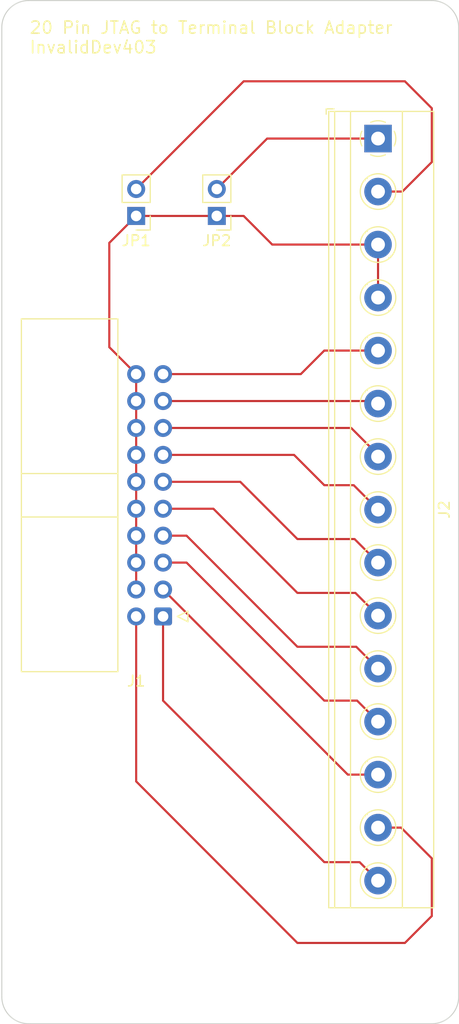
<source format=kicad_pcb>
(kicad_pcb (version 20221018) (generator pcbnew)
  (title_block (title "20 Pin JTAG to Terminal Block Adapter") (date "2023-04-24") (rev "1.0") (company "InvalidDev403"))
  (layers (0 "F.Cu" signal) (31 "B.Cu" signal) (34 "B.Paste" user) (35 "F.Paste" user) (36 "B.SilkS" user "B.Silkscreen") (37 "F.SilkS" user "F.Silkscreen") (38 "B.Mask" user) (39 "F.Mask" user) (44 "Edge.Cuts" user))
  (net 0 "")
  (net 1 "Net-(J1-VTREF)")
  (net 2 "Net-(J1-VCC{slash}NC)")
  (net 3 "Net-(J1-~{TRST})")
  (net 4 "GND")
  (net 5 "Net-(J1-TDI)")
  (net 6 "Net-(J1-TMS{slash}SWDIO)")
  (net 7 "Net-(J1-TCK{slash}SWDCLK)")
  (net 8 "Net-(J1-RTCK)")
  (net 9 "Net-(J1-TDO{slash}SWO)")
  (net 10 "Net-(J1-~{SRST})")
  (net 11 "Net-(J1-DBGRQ{slash}NC)")
  (net 12 "Net-(J1-DBGACK{slash}NC)")
  (net 13 "Net-(J2-Pin_1)")
  (net 14 "Net-(J2-Pin_2)")
  (footprint "Connector_PinHeader_2.54mm:PinHeader_1x02_P2.54mm_Vertical" (layer "F.Cu") (at 154.94 50.8 180)
    (fp_text reference "JP2" (at 0 -2.33) (layer "F.SilkS"))
    (fp_text value "Jumper_2_Bridged")
    (fp_line (start -1.33 -1.33) (end 0 -1.33) (stroke (width 0.12)) (layer "F.SilkS"))
    (fp_line (start -1.33 0) (end -1.33 -1.33) (stroke (width 0.12)) (layer "F.SilkS"))
    (fp_line (start -1.33 1.27) (end -1.33 3.87) (stroke (width 0.12)) (layer "F.SilkS"))
    (fp_line (start -1.33 1.27) (end 1.33 1.27) (stroke (width 0.12)) (layer "F.SilkS"))
    (fp_line (start -1.33 3.87) (end 1.33 3.87) (stroke (width 0.12)) (layer "F.SilkS"))
    (fp_line (start 1.33 1.27) (end 1.33 3.87) (stroke (width 0.12)) (layer "F.SilkS"))
    (pad "1" thru_hole rect (at 0 0 180) (size 1.7 1.7) (drill 1) (layers "*.Cu" "*.Mask") (net 4 "GND"))
    (pad "2" thru_hole oval (at 0 2.54 180) (size 1.7 1.7) (drill 1) (layers "*.Cu" "*.Mask") (net 13 "Net-(J2-Pin_1)"))
  )
  (footprint "Connector_PinHeader_2.54mm:PinHeader_1x02_P2.54mm_Vertical" (layer "F.Cu") (at 147.32 50.8 180)
    (fp_text reference "JP1" (at 0 -2.33) (layer "F.SilkS"))
    (fp_text value "Jumper_2_Bridged")
    (fp_line (start -1.33 -1.33) (end 0 -1.33) (stroke (width 0.12)) (layer "F.SilkS"))
    (fp_line (start -1.33 0) (end -1.33 -1.33) (stroke (width 0.12)) (layer "F.SilkS"))
    (fp_line (start -1.33 1.27) (end -1.33 3.87) (stroke (width 0.12)) (layer "F.SilkS"))
    (fp_line (start -1.33 1.27) (end 1.33 1.27) (stroke (width 0.12)) (layer "F.SilkS"))
    (fp_line (start -1.33 3.87) (end 1.33 3.87) (stroke (width 0.12)) (layer "F.SilkS"))
    (fp_line (start 1.33 1.27) (end 1.33 3.87) (stroke (width 0.12)) (layer "F.SilkS"))
    (pad "1" thru_hole rect (at 0 0 180) (size 1.7 1.7) (drill 1) (layers "*.Cu" "*.Mask") (net 4 "GND"))
    (pad "2" thru_hole oval (at 0 2.54 180) (size 1.7 1.7) (drill 1) (layers "*.Cu" "*.Mask") (net 14 "Net-(J2-Pin_2)"))
  )
  (footprint "TerminalBlock_Phoenix:TerminalBlock_Phoenix_MKDS-1,5-15_1x15_P5.00mm_Horizontal" (layer "F.Cu") (at 170.18 43.5 -90)
    (fp_text reference "J2" (at 35 -6.26 90) (layer "F.SilkS"))
    (fp_text value "Screw_Terminal_01x15")
    (fp_line (start -2.8 4.16) (end -2.8 4.9) (stroke (width 0.12)) (layer "F.SilkS"))
    (fp_line (start -2.8 4.9) (end -2.3 4.9) (stroke (width 0.12)) (layer "F.SilkS"))
    (fp_line (start -2.56 -5.261) (end -2.56 4.66) (stroke (width 0.12)) (layer "F.SilkS"))
    (fp_line (start -2.56 -5.261) (end 72.56 -5.261) (stroke (width 0.12)) (layer "F.SilkS"))
    (fp_line (start -2.56 -2.301) (end 72.56 -2.301) (stroke (width 0.12)) (layer "F.SilkS"))
    (fp_line (start -2.56 2.6) (end 72.56 2.6) (stroke (width 0.12)) (layer "F.SilkS"))
    (fp_line (start -2.56 4.1) (end 72.56 4.1) (stroke (width 0.12)) (layer "F.SilkS"))
    (fp_line (start -2.56 4.66) (end 72.56 4.66) (stroke (width 0.12)) (layer "F.SilkS"))
    (fp_line (start 3.773 1.023) (end 3.726 1.069) (stroke (width 0.12)) (layer "F.SilkS"))
    (fp_line (start 3.966 1.239) (end 3.931 1.274) (stroke (width 0.12)) (layer "F.SilkS"))
    (fp_line (start 6.07 -1.275) (end 6.035 -1.239) (stroke (width 0.12)) (layer "F.SilkS"))
    (fp_line (start 6.275 -1.069) (end 6.228 -1.023) (stroke (width 0.12)) (layer "F.SilkS"))
    (fp_line (start 8.773 1.023) (end 8.726 1.069) (stroke (width 0.12)) (layer "F.SilkS"))
    (fp_line (start 8.966 1.239) (end 8.931 1.274) (stroke (width 0.12)) (layer "F.SilkS"))
    (fp_line (start 11.07 -1.275) (end 11.035 -1.239) (stroke (width 0.12)) (layer "F.SilkS"))
    (fp_line (start 11.275 -1.069) (end 11.228 -1.023) (stroke (width 0.12)) (layer "F.SilkS"))
    (fp_line (start 13.773 1.023) (end 13.726 1.069) (stroke (width 0.12)) (layer "F.SilkS"))
    (fp_line (start 13.966 1.239) (end 13.931 1.274) (stroke (width 0.12)) (layer "F.SilkS"))
    (fp_line (start 16.07 -1.275) (end 16.035 -1.239) (stroke (width 0.12)) (layer "F.SilkS"))
    (fp_line (start 16.275 -1.069) (end 16.228 -1.023) (stroke (width 0.12)) (layer "F.SilkS"))
    (fp_line (start 18.773 1.023) (end 18.726 1.069) (stroke (width 0.12)) (layer "F.SilkS"))
    (fp_line (start 18.966 1.239) (end 18.931 1.274) (stroke (width 0.12)) (layer "F.SilkS"))
    (fp_line (start 21.07 -1.275) (end 21.035 -1.239) (stroke (width 0.12)) (layer "F.SilkS"))
    (fp_line (start 21.275 -1.069) (end 21.228 -1.023) (stroke (width 0.12)) (layer "F.SilkS"))
    (fp_line (start 23.773 1.023) (end 23.726 1.069) (stroke (width 0.12)) (layer "F.SilkS"))
    (fp_line (start 23.966 1.239) (end 23.931 1.274) (stroke (width 0.12)) (layer "F.SilkS"))
    (fp_line (start 26.07 -1.275) (end 26.035 -1.239) (stroke (width 0.12)) (layer "F.SilkS"))
    (fp_line (start 26.275 -1.069) (end 26.228 -1.023) (stroke (width 0.12)) (layer "F.SilkS"))
    (fp_line (start 28.773 1.023) (end 28.726 1.069) (stroke (width 0.12)) (layer "F.SilkS"))
    (fp_line (start 28.966 1.239) (end 28.931 1.274) (stroke (width 0.12)) (layer "F.SilkS"))
    (fp_line (start 31.07 -1.275) (end 31.035 -1.239) (stroke (width 0.12)) (layer "F.SilkS"))
    (fp_line (start 31.275 -1.069) (end 31.228 -1.023) (stroke (width 0.12)) (layer "F.SilkS"))
    (fp_line (start 33.773 1.023) (end 33.726 1.069) (stroke (width 0.12)) (layer "F.SilkS"))
    (fp_line (start 33.966 1.239) (end 33.931 1.274) (stroke (width 0.12)) (layer "F.SilkS"))
    (fp_line (start 36.07 -1.275) (end 36.035 -1.239) (stroke (width 0.12)) (layer "F.SilkS"))
    (fp_line (start 36.275 -1.069) (end 36.228 -1.023) (stroke (width 0.12)) (layer "F.SilkS"))
    (fp_line (start 38.773 1.023) (end 38.726 1.069) (stroke (width 0.12)) (layer "F.SilkS"))
    (fp_line (start 38.966 1.239) (end 38.931 1.274) (stroke (width 0.12)) (layer "F.SilkS"))
    (fp_line (start 41.07 -1.275) (end 41.035 -1.239) (stroke (width 0.12)) (layer "F.SilkS"))
    (fp_line (start 41.275 -1.069) (end 41.228 -1.023) (stroke (width 0.12)) (layer "F.SilkS"))
    (fp_line (start 43.773 1.023) (end 43.726 1.069) (stroke (width 0.12)) (layer "F.SilkS"))
    (fp_line (start 43.966 1.239) (end 43.931 1.274) (stroke (width 0.12)) (layer "F.SilkS"))
    (fp_line (start 46.07 -1.275) (end 46.035 -1.239) (stroke (width 0.12)) (layer "F.SilkS"))
    (fp_line (start 46.275 -1.069) (end 46.228 -1.023) (stroke (width 0.12)) (layer "F.SilkS"))
    (fp_line (start 48.773 1.023) (end 48.726 1.069) (stroke (width 0.12)) (layer "F.SilkS"))
    (fp_line (start 48.966 1.239) (end 48.931 1.274) (stroke (width 0.12)) (layer "F.SilkS"))
    (fp_line (start 51.07 -1.275) (end 51.035 -1.239) (stroke (width 0.12)) (layer "F.SilkS"))
    (fp_line (start 51.275 -1.069) (end 51.228 -1.023) (stroke (width 0.12)) (layer "F.SilkS"))
    (fp_line (start 53.773 1.023) (end 53.726 1.069) (stroke (width 0.12)) (layer "F.SilkS"))
    (fp_line (start 53.966 1.239) (end 53.931 1.274) (stroke (width 0.12)) (layer "F.SilkS"))
    (fp_line (start 56.07 -1.275) (end 56.035 -1.239) (stroke (width 0.12)) (layer "F.SilkS"))
    (fp_line (start 56.275 -1.069) (end 56.228 -1.023) (stroke (width 0.12)) (layer "F.SilkS"))
    (fp_line (start 58.773 1.023) (end 58.726 1.069) (stroke (width 0.12)) (layer "F.SilkS"))
    (fp_line (start 58.966 1.239) (end 58.931 1.274) (stroke (width 0.12)) (layer "F.SilkS"))
    (fp_line (start 61.07 -1.275) (end 61.035 -1.239) (stroke (width 0.12)) (layer "F.SilkS"))
    (fp_line (start 61.275 -1.069) (end 61.228 -1.023) (stroke (width 0.12)) (layer "F.SilkS"))
    (fp_line (start 63.773 1.023) (end 63.726 1.069) (stroke (width 0.12)) (layer "F.SilkS"))
    (fp_line (start 63.966 1.239) (end 63.931 1.274) (stroke (width 0.12)) (layer "F.SilkS"))
    (fp_line (start 66.07 -1.275) (end 66.035 -1.239) (stroke (width 0.12)) (layer "F.SilkS"))
    (fp_line (start 66.275 -1.069) (end 66.228 -1.023) (stroke (width 0.12)) (layer "F.SilkS"))
    (fp_line (start 68.773 1.023) (end 68.726 1.069) (stroke (width 0.12)) (layer "F.SilkS"))
    (fp_line (start 68.966 1.239) (end 68.931 1.274) (stroke (width 0.12)) (layer "F.SilkS"))
    (fp_line (start 71.07 -1.275) (end 71.035 -1.239) (stroke (width 0.12)) (layer "F.SilkS"))
    (fp_line (start 71.275 -1.069) (end 71.228 -1.023) (stroke (width 0.12)) (layer "F.SilkS"))
    (fp_line (start 72.56 -5.261) (end 72.56 4.66) (stroke (width 0.12)) (layer "F.SilkS"))
    (fp_arc (start -1.535427 0.683042) (mid -1.680501 -0.000524) (end -1.535 -0.684) (stroke (width 0.12)) (layer "F.SilkS"))
    (fp_arc (start -0.683042 -1.535427) (mid 0.000524 -1.680501) (end 0.684 -1.535) (stroke (width 0.12)) (layer "F.SilkS"))
    (fp_arc (start 0.028805 1.680253) (mid -0.335551 1.646659) (end -0.684 1.535) (stroke (width 0.12)) (layer "F.SilkS"))
    (fp_arc (start 0.683318 1.534756) (mid 0.349292 1.643288) (end 0 1.68) (stroke (width 0.12)) (layer "F.SilkS"))
    (fp_arc (start 1.535427 -0.683042) (mid 1.680501 0.000524) (end 1.535 0.684) (stroke (width 0.12)) (layer "F.SilkS"))
    (fp_circle (center 5 0) (end 6.68 0) (stroke (width 0.12)) (fill none) (layer "F.SilkS"))
    (fp_circle (center 10 0) (end 11.68 0) (stroke (width 0.12)) (fill none) (layer "F.SilkS"))
    (fp_circle (center 15 0) (end 16.68 0) (stroke (width 0.12)) (fill none) (layer "F.SilkS"))
    (fp_circle (center 20 0) (end 21.68 0) (stroke (width 0.12)) (fill none) (layer "F.SilkS"))
    (fp_circle (center 25 0) (end 26.68 0) (stroke (width 0.12)) (fill none) (layer "F.SilkS"))
    (fp_circle (center 30 0) (end 31.68 0) (stroke (width 0.12)) (fill none) (layer "F.SilkS"))
    (fp_circle (center 35 0) (end 36.68 0) (stroke (width 0.12)) (fill none) (layer "F.SilkS"))
    (fp_circle (center 40 0) (end 41.68 0) (stroke (width 0.12)) (fill none) (layer "F.SilkS"))
    (fp_circle (center 45 0) (end 46.68 0) (stroke (width 0.12)) (fill none) (layer "F.SilkS"))
    (fp_circle (center 50 0) (end 51.68 0) (stroke (width 0.12)) (fill none) (layer "F.SilkS"))
    (fp_circle (center 55 0) (end 56.68 0) (stroke (width 0.12)) (fill none) (layer "F.SilkS"))
    (fp_circle (center 60 0) (end 61.68 0) (stroke (width 0.12)) (fill none) (layer "F.SilkS"))
    (fp_circle (center 65 0) (end 66.68 0) (stroke (width 0.12)) (fill none) (layer "F.SilkS"))
    (fp_circle (center 70 0) (end 71.68 0) (stroke (width 0.12)) (fill none) (layer "F.SilkS"))
    (pad "1" thru_hole rect (at 0 0 270) (size 2.6 2.6) (drill 1.3) (layers "*.Cu" "*.Mask") (net 13 "Net-(J2-Pin_1)"))
    (pad "2" thru_hole circle (at 5 0 270) (size 2.6 2.6) (drill 1.3) (layers "*.Cu" "*.Mask") (net 14 "Net-(J2-Pin_2)"))
    (pad "3" thru_hole circle (at 10 0 270) (size 2.6 2.6) (drill 1.3) (layers "*.Cu" "*.Mask") (net 4 "GND"))
    (pad "4" thru_hole circle (at 15 0 270) (size 2.6 2.6) (drill 1.3) (layers "*.Cu" "*.Mask") (net 4 "GND"))
    (pad "5" thru_hole circle (at 20 0 270) (size 2.6 2.6) (drill 1.3) (layers "*.Cu" "*.Mask") (net 12 "Net-(J1-DBGACK{slash}NC)"))
    (pad "6" thru_hole circle (at 25 0 270) (size 2.6 2.6) (drill 1.3) (layers "*.Cu" "*.Mask") (net 11 "Net-(J1-DBGRQ{slash}NC)"))
    (pad "7" thru_hole circle (at 30 0 270) (size 2.6 2.6) (drill 1.3) (layers "*.Cu" "*.Mask") (net 10 "Net-(J1-~{SRST})"))
    (pad "8" thru_hole circle (at 35 0 270) (size 2.6 2.6) (drill 1.3) (layers "*.Cu" "*.Mask") (net 9 "Net-(J1-TDO{slash}SWO)"))
    (pad "9" thru_hole circle (at 40 0 270) (size 2.6 2.6) (drill 1.3) (layers "*.Cu" "*.Mask") (net 8 "Net-(J1-RTCK)"))
    (pad "10" thru_hole circle (at 45 0 270) (size 2.6 2.6) (drill 1.3) (layers "*.Cu" "*.Mask") (net 7 "Net-(J1-TCK{slash}SWDCLK)"))
    (pad "11" thru_hole circle (at 50 0 270) (size 2.6 2.6) (drill 1.3) (layers "*.Cu" "*.Mask") (net 6 "Net-(J1-TMS{slash}SWDIO)"))
    (pad "12" thru_hole circle (at 55 0 270) (size 2.6 2.6) (drill 1.3) (layers "*.Cu" "*.Mask") (net 5 "Net-(J1-TDI)"))
    (pad "13" thru_hole circle (at 60 0 270) (size 2.6 2.6) (drill 1.3) (layers "*.Cu" "*.Mask") (net 3 "Net-(J1-~{TRST})"))
    (pad "14" thru_hole circle (at 65 0 270) (size 2.6 2.6) (drill 1.3) (layers "*.Cu" "*.Mask") (net 2 "Net-(J1-VCC{slash}NC)"))
    (pad "15" thru_hole circle (at 70 0 270) (size 2.6 2.6) (drill 1.3) (layers "*.Cu" "*.Mask") (net 1 "Net-(J1-VTREF)"))
  )
  (footprint "Connector_IDC:IDC-Header_2x10_P2.54mm_Horizontal" (layer "F.Cu") (at 149.86 88.58 180)
    (fp_text reference "J1" (at 2.54 -6.1) (layer "F.SilkS"))
    (fp_text value "Conn_ARM_JTAG_SWD_20")
    (fp_line (start -2.35 -0.5) (end -2.35 0.5) (stroke (width 0.12)) (layer "F.SilkS"))
    (fp_line (start -2.35 0.5) (end -1.35 0) (stroke (width 0.12)) (layer "F.SilkS"))
    (fp_line (start -1.35 0) (end -2.35 -0.5) (stroke (width 0.12)) (layer "F.SilkS"))
    (fp_line (start 4.27 -5.21) (end 13.39 -5.21) (stroke (width 0.12)) (layer "F.SilkS"))
    (fp_line (start 4.27 9.38) (end 13.39 9.38) (stroke (width 0.12)) (layer "F.SilkS"))
    (fp_line (start 4.27 13.48) (end 13.39 13.48) (stroke (width 0.12)) (layer "F.SilkS"))
    (fp_line (start 4.27 28.07) (end 4.27 -5.21) (stroke (width 0.12)) (layer "F.SilkS"))
    (fp_line (start 13.39 -5.21) (end 13.39 28.07) (stroke (width 0.12)) (layer "F.SilkS"))
    (fp_line (start 13.39 28.07) (end 4.27 28.07) (stroke (width 0.12)) (layer "F.SilkS"))
    (pad "1" thru_hole roundrect (at 0 0 180) (size 1.7 1.7) (drill 1) (layers "*.Cu" "*.Mask") (roundrect_rratio 0.1470588235) (net 1 "Net-(J1-VTREF)"))
    (pad "2" thru_hole circle (at 2.54 0 180) (size 1.7 1.7) (drill 1) (layers "*.Cu" "*.Mask") (net 2 "Net-(J1-VCC{slash}NC)"))
    (pad "3" thru_hole circle (at 0 2.54 180) (size 1.7 1.7) (drill 1) (layers "*.Cu" "*.Mask") (net 3 "Net-(J1-~{TRST})"))
    (pad "4" thru_hole circle (at 2.54 2.54 180) (size 1.7 1.7) (drill 1) (layers "*.Cu" "*.Mask") (net 4 "GND"))
    (pad "5" thru_hole circle (at 0 5.08 180) (size 1.7 1.7) (drill 1) (layers "*.Cu" "*.Mask") (net 5 "Net-(J1-TDI)"))
    (pad "6" thru_hole circle (at 2.54 5.08 180) (size 1.7 1.7) (drill 1) (layers "*.Cu" "*.Mask") (net 4 "GND"))
    (pad "7" thru_hole circle (at 0 7.62 180) (size 1.7 1.7) (drill 1) (layers "*.Cu" "*.Mask") (net 6 "Net-(J1-TMS{slash}SWDIO)"))
    (pad "8" thru_hole circle (at 2.54 7.62 180) (size 1.7 1.7) (drill 1) (layers "*.Cu" "*.Mask") (net 4 "GND"))
    (pad "9" thru_hole circle (at 0 10.16 180) (size 1.7 1.7) (drill 1) (layers "*.Cu" "*.Mask") (net 7 "Net-(J1-TCK{slash}SWDCLK)"))
    (pad "10" thru_hole circle (at 2.54 10.16 180) (size 1.7 1.7) (drill 1) (layers "*.Cu" "*.Mask") (net 4 "GND"))
    (pad "11" thru_hole circle (at 0 12.7 180) (size 1.7 1.7) (drill 1) (layers "*.Cu" "*.Mask") (net 8 "Net-(J1-RTCK)"))
    (pad "12" thru_hole circle (at 2.54 12.7 180) (size 1.7 1.7) (drill 1) (layers "*.Cu" "*.Mask") (net 4 "GND"))
    (pad "13" thru_hole circle (at 0 15.24 180) (size 1.7 1.7) (drill 1) (layers "*.Cu" "*.Mask") (net 9 "Net-(J1-TDO{slash}SWO)"))
    (pad "14" thru_hole circle (at 2.54 15.24 180) (size 1.7 1.7) (drill 1) (layers "*.Cu" "*.Mask") (net 4 "GND"))
    (pad "15" thru_hole circle (at 0 17.78 180) (size 1.7 1.7) (drill 1) (layers "*.Cu" "*.Mask") (net 10 "Net-(J1-~{SRST})"))
    (pad "16" thru_hole circle (at 2.54 17.78 180) (size 1.7 1.7) (drill 1) (layers "*.Cu" "*.Mask") (net 4 "GND"))
    (pad "17" thru_hole circle (at 0 20.32 180) (size 1.7 1.7) (drill 1) (layers "*.Cu" "*.Mask") (net 11 "Net-(J1-DBGRQ{slash}NC)"))
    (pad "18" thru_hole circle (at 2.54 20.32 180) (size 1.7 1.7) (drill 1) (layers "*.Cu" "*.Mask") (net 4 "GND"))
    (pad "19" thru_hole circle (at 0 22.86 180) (size 1.7 1.7) (drill 1) (layers "*.Cu" "*.Mask") (net 12 "Net-(J1-DBGACK{slash}NC)"))
    (pad "20" thru_hole circle (at 2.54 22.86 180) (size 1.7 1.7) (drill 1) (layers "*.Cu" "*.Mask") (net 4 "GND"))
  )
  (gr_arc (start 175.26 30.48) (mid 177.056051 31.223949) (end 177.8 33.02) (stroke (width 0.1)) (layer "Edge.Cuts"))
  (gr_line (start 134.62 33.02) (end 134.62 124.46) (stroke (width 0.1)) (layer "Edge.Cuts"))
  (gr_line (start 177.8 124.46) (end 177.8 33.02) (stroke (width 0.1)) (layer "Edge.Cuts"))
  (gr_line (start 175.26 30.48) (end 137.16 30.48) (stroke (width 0.1)) (layer "Edge.Cuts"))
  (gr_arc (start 134.62 33.02) (mid 135.363949 31.223949) (end 137.16 30.48) (stroke (width 0.1)) (layer "Edge.Cuts"))
  (gr_arc (start 177.8 124.46) (mid 177.056051 126.256051) (end 175.26 127) (stroke (width 0.1)) (layer "Edge.Cuts"))
  (gr_line (start 137.16 127) (end 175.26 127) (stroke (width 0.1)) (layer "Edge.Cuts"))
  (gr_arc (start 137.16 127) (mid 135.363949 126.256051) (end 134.62 124.46) (stroke (width 0.1)) (layer "Edge.Cuts"))
  (gr_text "20 Pin JTAG to Terminal Block Adapter\nInvalidDev403" (at 137.16 35.56) (layer "F.SilkS") (effects (font (size 1.15 1.15)) (justify left bottom)))
  (segment (start 165.1 111.76) (end 168.44 111.76) (width 0.2) (layer "F.Cu") (net 1))
  (segment (start 149.86 88.58) (end 149.86 96.52) (width 0.2) (layer "F.Cu") (net 1))
  (segment (start 168.44 111.76) (end 170.18 113.5) (width 0.2) (layer "F.Cu") (net 1))
  (segment (start 149.86 96.52) (end 165.1 111.76) (width 0.2) (layer "F.Cu") (net 1))
  (segment (start 175.26 111.4) (end 175.26 116.84) (width 0.2) (layer "F.Cu") (net 2))
  (segment (start 172.36 108.5) (end 175.26 111.4) (width 0.2) (layer "F.Cu") (net 2))
  (segment (start 147.32 104.14) (end 147.32 88.58) (width 0.2) (layer "F.Cu") (net 2))
  (segment (start 170.18 108.5) (end 172.36 108.5) (width 0.2) (layer "F.Cu") (net 2))
  (segment (start 162.56 119.38) (end 147.32 104.14) (width 0.2) (layer "F.Cu") (net 2))
  (segment (start 172.72 119.38) (end 162.56 119.38) (width 0.2) (layer "F.Cu") (net 2))
  (segment (start 175.26 116.84) (end 172.72 119.38) (width 0.2) (layer "F.Cu") (net 2))
  (segment (start 149.86 86.04) (end 167.32 103.5) (width 0.2) (layer "F.Cu") (net 3))
  (segment (start 167.32 103.5) (end 170.18 103.5) (width 0.2) (layer "F.Cu") (net 3))
  (segment (start 147.32 65.72) (end 144.78 63.18) (width 0.2) (layer "F.Cu") (net 4))
  (segment (start 170.18 58.5) (end 170.18 53.5) (width 0.2) (layer "F.Cu") (net 4))
  (segment (start 147.32 50.8) (end 157.48 50.8) (width 0.2) (layer "F.Cu") (net 4))
  (segment (start 157.48 50.8) (end 160.18 53.5) (width 0.2) (layer "F.Cu") (net 4))
  (segment (start 144.78 63.18) (end 144.78 53.34) (width 0.2) (layer "F.Cu") (net 4))
  (segment (start 160.18 53.5) (end 170.18 53.5) (width 0.2) (layer "F.Cu") (net 4))
  (segment (start 144.78 53.34) (end 147.32 50.8) (width 0.2) (layer "F.Cu") (net 4))
  (segment (start 147.32 86.04) (end 147.32 65.72) (width 0.2) (layer "F.Cu") (net 4))
  (segment (start 149.86 83.5) (end 152.08 83.5) (width 0.2) (layer "F.Cu") (net 5))
  (segment (start 152.08 83.5) (end 165.1 96.52) (width 0.2) (layer "F.Cu") (net 5))
  (segment (start 165.1 96.52) (end 168.2 96.52) (width 0.2) (layer "F.Cu") (net 5))
  (segment (start 168.2 96.52) (end 170.18 98.5) (width 0.2) (layer "F.Cu") (net 5))
  (segment (start 149.86 80.96) (end 152.08 80.96) (width 0.2) (layer "F.Cu") (net 6))
  (segment (start 162.56 91.44) (end 168.12 91.44) (width 0.2) (layer "F.Cu") (net 6))
  (segment (start 152.08 80.96) (end 162.56 91.44) (width 0.2) (layer "F.Cu") (net 6))
  (segment (start 168.12 91.44) (end 170.18 93.5) (width 0.2) (layer "F.Cu") (net 6))
  (segment (start 154.62 78.42) (end 162.56 86.36) (width 0.2) (layer "F.Cu") (net 7))
  (segment (start 162.56 86.36) (end 168.04 86.36) (width 0.2) (layer "F.Cu") (net 7))
  (segment (start 149.86 78.42) (end 154.62 78.42) (width 0.2) (layer "F.Cu") (net 7))
  (segment (start 168.04 86.36) (end 170.18 88.5) (width 0.2) (layer "F.Cu") (net 7))
  (segment (start 149.86 75.88) (end 157.16 75.88) (width 0.2) (layer "F.Cu") (net 8))
  (segment (start 167.96 81.28) (end 170.18 83.5) (width 0.2) (layer "F.Cu") (net 8))
  (segment (start 162.56 81.28) (end 167.96 81.28) (width 0.2) (layer "F.Cu") (net 8))
  (segment (start 157.16 75.88) (end 162.56 81.28) (width 0.2) (layer "F.Cu") (net 8))
  (segment (start 165.1 76.2) (end 167.88 76.2) (width 0.2) (layer "F.Cu") (net 9))
  (segment (start 167.88 76.2) (end 170.18 78.5) (width 0.2) (layer "F.Cu") (net 9))
  (segment (start 149.86 73.34) (end 162.24 73.34) (width 0.2) (layer "F.Cu") (net 9))
  (segment (start 162.24 73.34) (end 165.1 76.2) (width 0.2) (layer "F.Cu") (net 9))
  (segment (start 170.18 73.34) (end 170.18 73.5) (width 0.2) (layer "F.Cu") (net 10))
  (segment (start 167.64 70.8) (end 170.18 73.34) (width 0.2) (layer "F.Cu") (net 10))
  (segment (start 149.86 70.8) (end 167.64 70.8) (width 0.2) (layer "F.Cu") (net 10))
  (segment (start 149.86 68.26) (end 169.94 68.26) (width 0.2) (layer "F.Cu") (net 11))
  (segment (start 169.94 68.26) (end 170.18 68.5) (width 0.2) (layer "F.Cu") (net 11))
  (segment (start 162.88 65.72) (end 165.1 63.5) (width 0.2) (layer "F.Cu") (net 12))
  (segment (start 165.1 63.5) (end 170.18 63.5) (width 0.2) (layer "F.Cu") (net 12))
  (segment (start 149.86 65.72) (end 162.88 65.72) (width 0.2) (layer "F.Cu") (net 12))
  (segment (start 159.7 43.5) (end 170.18 43.5) (width 0.2) (layer "F.Cu") (net 13))
  (segment (start 154.94 48.26) (end 159.7 43.5) (width 0.2) (layer "F.Cu") (net 13))
  (segment (start 157.48 38.1) (end 147.32 48.26) (width 0.2) (layer "F.Cu") (net 14))
  (segment (start 175.26 45.72) (end 175.26 40.64) (width 0.2) (layer "F.Cu") (net 14))
  (segment (start 175.26 40.64) (end 172.72 38.1) (width 0.2) (layer "F.Cu") (net 14))
  (segment (start 172.48 48.5) (end 175.26 45.72) (width 0.2) (layer "F.Cu") (net 14))
  (segment (start 172.72 38.1) (end 157.48 38.1) (width 0.2) (layer "F.Cu") (net 14))
  (segment (start 170.18 48.5) (end 172.48 48.5) (width 0.2) (layer "F.Cu") (net 14))
)
</source>
